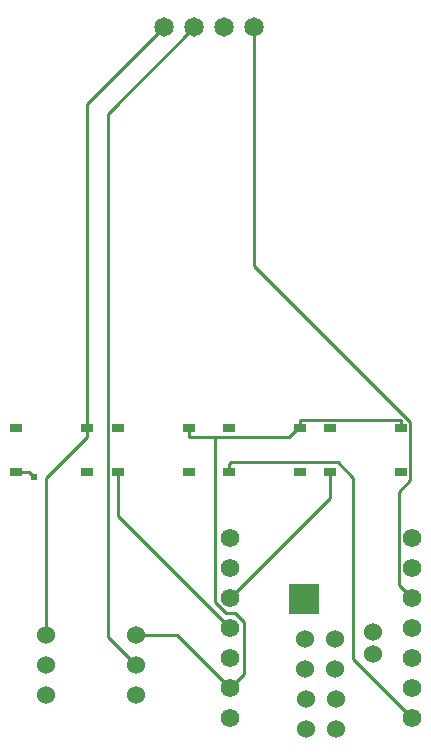
<source format=gtl>
G04 Layer: TopLayer*
G04 EasyEDA v6.5.51, 2025-12-08 14:24:17*
G04 98b1bcbd0d5e4b16acd7f0c7b3cc8b20,5c2208001c9440858be6b933671931b3,10*
G04 Gerber Generator version 0.2*
G04 Scale: 100 percent, Rotated: No, Reflected: No *
G04 Dimensions in millimeters *
G04 leading zeros omitted , absolute positions ,4 integer and 5 decimal *
%FSLAX45Y45*%
%MOMM*%

%ADD10C,0.2540*%
%ADD11C,1.1000*%
%ADD12R,1.0000X0.7500*%
%ADD13C,1.5240*%
%ADD14C,1.5748*%
%ADD15C,1.5750*%
%ADD16R,2.5000X2.5000*%
%ADD17C,1.6500*%
%ADD18C,0.0112*%
%ADD19C,0.6100*%

%LPD*%
D10*
X2413002Y7162797D02*
G01*
X1682066Y6431861D01*
X1682066Y2000933D01*
X1917702Y1765297D01*
X2588897Y3696027D02*
G01*
X2370228Y3696027D01*
X2370101Y3696154D01*
X3309901Y3790210D02*
G01*
X3215718Y3696027D01*
X2588897Y3696027D01*
X2716405Y1567787D02*
G01*
X2838300Y1689681D01*
X2838300Y2123843D01*
X2759356Y2202787D01*
X2680210Y2202787D01*
X2588897Y2294100D01*
X2588897Y3696027D01*
X2716405Y1567787D02*
G01*
X2264895Y2019297D01*
X1917702Y2019297D01*
X2159002Y7162797D02*
G01*
X1506501Y6510296D01*
X1506501Y3766385D01*
X3309901Y3790210D02*
G01*
X3309901Y3836642D01*
X3309901Y3766385D02*
G01*
X3309901Y3790210D01*
X2370101Y3766385D02*
G01*
X2370101Y3696154D01*
X4160801Y3766385D02*
G01*
X4160801Y3836642D01*
X3309901Y3836642D02*
G01*
X3314321Y3841061D01*
X4156382Y3841061D01*
X4160801Y3836642D01*
X1506501Y3766385D02*
G01*
X1506501Y3696154D01*
X1155702Y2019297D02*
G01*
X1155702Y3345355D01*
X1506501Y3696154D01*
X906503Y3396409D02*
G01*
X1017755Y3396409D01*
X1056617Y3357547D01*
X3560803Y3396409D02*
G01*
X3560803Y3174184D01*
X2716405Y2329787D01*
X1770103Y3396409D02*
G01*
X1770103Y3022089D01*
X2716405Y2075787D01*
X2921002Y7162797D02*
G01*
X2921002Y5140881D01*
X4243682Y3818201D01*
X4243682Y3326051D01*
X4144393Y3226762D01*
X4144393Y2441801D01*
X4256407Y2329787D01*
X2709903Y3396409D02*
G01*
X2709903Y3466640D01*
X4258617Y1313812D02*
G01*
X3757068Y1815360D01*
X3757068Y3349012D01*
X3627020Y3479060D01*
X2722323Y3479060D01*
X2709903Y3466640D01*
D11*
G01*
X3352393Y1983587D03*
G01*
X3606393Y1983587D03*
G01*
X3606393Y1729587D03*
G01*
X3352393Y1729587D03*
G01*
X3610889Y1475587D03*
G01*
X3356889Y1475587D03*
G01*
X3356889Y1221587D03*
G01*
X3610889Y1221587D03*
D12*
G01*
X1770100Y3766388D03*
G01*
X2370099Y3766388D03*
G01*
X1770100Y3396411D03*
G01*
X2370099Y3396411D03*
G01*
X3560800Y3766388D03*
G01*
X4160799Y3766388D03*
G01*
X3560800Y3396411D03*
G01*
X4160799Y3396411D03*
G01*
X906500Y3766388D03*
G01*
X1506499Y3766388D03*
G01*
X906500Y3396411D03*
G01*
X1506499Y3396411D03*
G01*
X2709900Y3766388D03*
G01*
X3309899Y3766388D03*
G01*
X2709900Y3396411D03*
G01*
X3309899Y3396411D03*
D13*
G01*
X3346399Y2323795D03*
G01*
X3352393Y1983587D03*
G01*
X3606393Y1983587D03*
G01*
X3606393Y1729587D03*
G01*
X3352393Y1729587D03*
G01*
X3356889Y1475587D03*
G01*
X3610889Y1475587D03*
G01*
X3356889Y1221587D03*
G01*
X3610889Y1221587D03*
G01*
X3928694Y2046833D03*
G01*
X3928694Y1858035D03*
D14*
G01*
X2716402Y2837789D03*
G01*
X2716402Y2583789D03*
G01*
X2716402Y2329789D03*
G01*
X2716402Y2075789D03*
G01*
X2716402Y1821789D03*
G01*
X2716402Y1567789D03*
G01*
X2716402Y1313814D03*
G01*
X4256404Y2837789D03*
G01*
X4256404Y2583789D03*
G01*
X4256404Y2329789D03*
D15*
G01*
X4256404Y2075789D03*
G01*
X4256404Y1821789D03*
G01*
X4256404Y1567789D03*
G01*
X4258614Y1313814D03*
D16*
G01*
X3346399Y2323795D03*
D17*
G01*
X2159000Y7162800D03*
G01*
X2413000Y7162800D03*
G01*
X2667000Y7162800D03*
G01*
X2921000Y7162800D03*
D13*
G01*
X1155700Y1511300D03*
G01*
X1155700Y1765300D03*
G01*
X1155700Y2019300D03*
G01*
X1917700Y1511300D03*
G01*
X1917700Y1765300D03*
G01*
X1917700Y2019300D03*
D19*
G01*
X1056614Y3357549D03*
M02*

</source>
